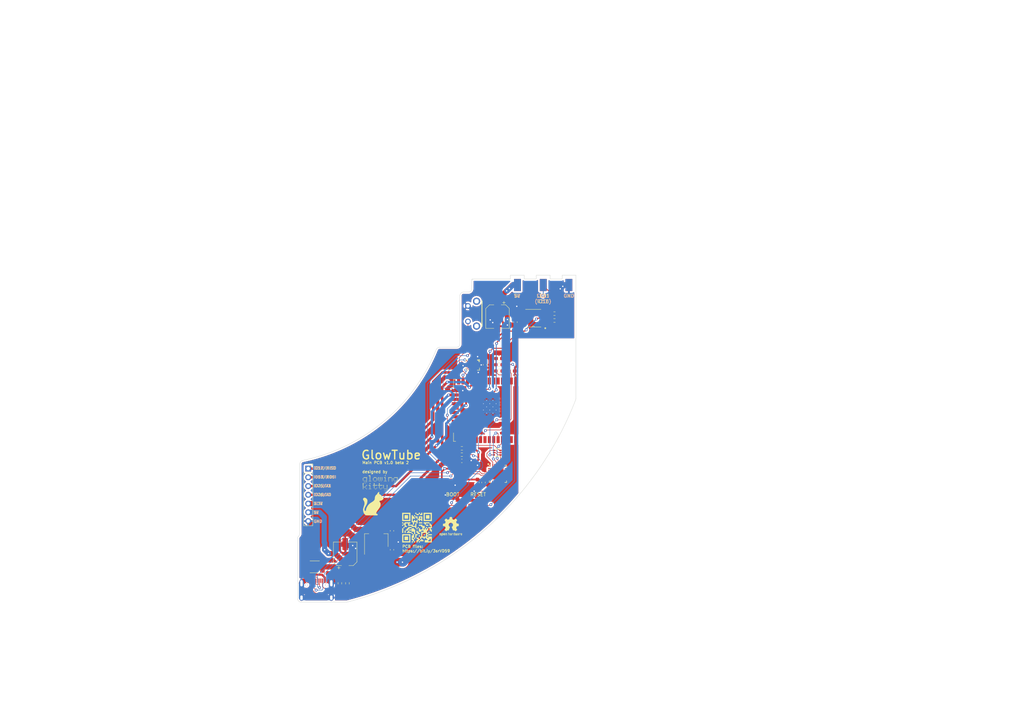
<source format=kicad_pcb>
(kicad_pcb (version 20211014) (generator pcbnew)
  (layers (0 "F.Cu" signal) (31 "B.Cu" signal) (34 "B.Paste" user) (35 "F.Paste" user) (36 "B.SilkS" user "B.Silkscreen") (37 "F.SilkS" user "F.Silkscreen") (38 "B.Mask" user) (39 "F.Mask" user) (44 "Edge.Cuts" user))
  (net 0 "")
  (net 1 "+5V")
  (net 2 "GND")
  (net 3 "+3V3")
  (net 4 "RESET")
  (net 5 "IO36{slash}A4{slash}SENSOR_VP")
  (net 6 "I39{slash}A3{slash}SENSOR_VN")
  (net 7 "I34{slash}A2")
  (net 8 "IO35")
  (net 9 "IO32{slash}SD")
  (net 10 "IO25{slash}A1{slash}DAC1")
  (net 11 "IO26{slash}A0{slash}DAC2")
  (net 12 "IO27")
  (net 13 "IO14{slash}SCK")
  (net 14 "IO15{slash}WS")
  (net 15 "IO2")
  (net 16 "IO0")
  (net 17 "IO4{slash}A5")
  (net 18 "IO16{slash}LED1")
  (net 19 "LED2 DATA OUT")
  (net 20 "IO5")
  (net 21 "IO21")
  (net 22 "RXD0")
  (net 23 "TXD0")
  (net 24 "IO22")
  (net 25 "IO23")
  (net 26 "USB-C CC1")
  (net 27 "USB-C DATA+")
  (net 28 "USB-C DATA-")
  (net 30 "USB-C CC2")
  (net 32 "IO33{slash}MAINBUTTON")
  (net 33 "LED1 DATA OUT")
  (net 35 "DTR")
  (net 37 "RTS")
  (net 38 "Net-(R1-Pad1)")
  (net 39 "VBUS")
  (net 40 "IO12{slash}MISO")
  (net 41 "IO13{slash}MOSI")
  (net 42 "Net-(R4-Pad1)")
  (net 43 "Net-(R5-Pad1)")
  (net 50 "IO18")
  (net 51 "IO19")
  (net 71 "Net-(U1-Pad6)")
  (net 72 "IO17{slash}LED2")
  (footprint "Symbol:OSHW-Logo2_7.3x6mm_SilkScreen" (layer "F.Cu") (at 130.89 152.78)
    (fp_text reference "OSHW logo" hide)
    (fp_text value "OSHW-Logo2_7.3x6mm_SilkScreen" hide)
  )
  (footprint "Resistor_SMD:R_0603_1608Metric_Pad0.98x0.95mm_HandSolder" (layer "F.Cu") (at 100.89 169.25 -90)
    (fp_text reference "R2" hide)
    (fp_text value "5.1K 1%")
  )
  (footprint "LOGO" (layer "F.Cu") (at 110.31 142.74)
    (fp_text reference "G***" hide)
    (fp_text value "LOGO" hide)
  )
  (footprint "CP2102-GMR:CP2102-GMR" (layer "F.Cu") (at 144.534345 137.489244)
    (fp_text reference "U3" hide)
    (fp_text value "CP2102-GMR" hide)
  )
  (footprint "footprint:Solder pad" (layer "F.Cu") (at 157.7562 82.6592)
    (fp_text reference "P2" hide)
    (fp_text value "Solder_Pad")
  )
  (footprint "Capacitor_SMD:C_0603_1608Metric_Pad1.08x0.95mm_HandSolder" (layer "F.Cu") (at 134.07485 133.7421)
    (fp_text reference "C11" hide)
    (fp_text value "1nF")
  )
  (footprint "SN74AHCT32QPWRQ1:SN74AHCT32QPWRQ1" (layer "F.Cu") (at 154.77 92.33 180)
    (fp_text reference "U1" hide)
    (fp_text value "SN74AHCT32QPWRQ1" hide)
  )
  (footprint "LOGO" (layer "F.Cu") (at 121.077793 153.095218)
    (fp_text reference "G***" hide)
    (fp_text value "LOGO" hide)
  )
  (footprint "Capacitor_SMD:C_0603_1608Metric_Pad1.08x0.95mm_HandSolder" (layer "F.Cu") (at 138.570858 140.01 -90)
    (fp_text reference "C6" hide)
    (fp_text value "0.1uF")
  )
  (footprint "Resistor_SMD:R_0603_1608Metric_Pad0.98x0.95mm_HandSolder" (layer "F.Cu") (at 144.84485 105.8421 180)
    (fp_text reference "R4" hide)
    (fp_text value "220")
  )
  (footprint "Capacitor_SMD:C_0603_1608Metric_Pad1.08x0.95mm_HandSolder" (layer "F.Cu") (at 144.84485 104.0321)
    (fp_text reference "C10" hide)
    (fp_text value "1nF")
  )
  (footprint "footprint:SC-70-6_L2.2-W1.3-P0.65-LS2.1-BR" (layer "F.Cu") (at 144.34 131.34)
    (fp_text reference "U5" hide)
    (fp_text value "UMH3N")
  )
  (footprint "Resistor_SMD:R_0603_1608Metric_Pad0.98x0.95mm_HandSolder" (layer "F.Cu") (at 134.07485 130.1021)
    (fp_text reference "R7" hide)
    (fp_text value "10K")
  )
  (footprint "Capacitor_SMD:CP_Elec_6.3x5.4" (layer "F.Cu") (at 144.43 91.87 -90)
    (fp_text reference "C4" hide)
    (fp_text value "220uF 10V")
  )
  (footprint "Capacitor_SMD:C_0603_1608Metric_Pad1.08x0.95mm_HandSolder" (layer "F.Cu") (at 140.340858 140.01 90)
    (fp_text reference "C5" hide)
    (fp_text value "4.7uF 6.3V 10%")
  )
  (footprint "footprint:Solder pad" (layer "F.Cu") (at 165.1724 82.6592)
    (fp_text reference "P3" hide)
    (fp_text value "Solder_Pad")
  )
  (footprint "ESP32-WROOM-32E__16MB_:MODULE_ESP32-WROOM-32E_(16MB)" (layer "F.Cu") (at 144.41 119.06 -90)
    (fp_text reference "U2" hide)
    (fp_text value "ESP32-WROOM-32E (4MB)")
  )
  (footprint "Capacitor_SMD:C_0603_1608Metric_Pad1.08x0.95mm_HandSolder" (layer "F.Cu") (at 140.79 105.8525 90)
    (fp_text reference "C9" hide)
    (fp_text value "0.1uF")
  )
  (footprint "Connector_PinSocket_2.54mm:PinSocket_1x07_P2.54mm_Vertical" (layer "F.Cu") (at 89.54 135.96)
    (fp_text reference "J1" hide)
    (fp_text value "Conn_01x07")
  )
  (footprint "footprint:SW-TH_KAN0637-0701B" (layer "F.Cu") (at 134.87 91.02 -90)
    (fp_text reference "C12" hide)
    (fp_text value "KAN0637-0701B")
  )
  (footprint "Resistor_SMD:R_0603_1608Metric_Pad0.98x0.95mm_HandSolder" (layer "F.Cu") (at 98.71 169.25 -90)
    (fp_text reference "R3" hide)
    (fp_text value "5.1K 1%")
  )
  (footprint "Fuse:Fuse_1812_4532Metric_Pad1.30x3.40mm_HandSolder" (layer "F.Cu") (at 91.43 164.48)
    (fp_text reference "F1" hide)
    (fp_text value "BSMD1812-300-16V")
  )
  (footprint "Resistor_SMD:R_0603_1608Metric_Pad0.98x0.95mm_HandSolder" (layer "F.Cu") (at 144.84485 107.6621)
    (fp_text reference "R6" hide)
    (fp_text value "10K")
  )
  (footprint "GMA4030H11-F26:GMA4030H11-F26" (layer "F.Cu") (at 137.2 105.91)
    (fp_text reference "U6" hide)
    (fp_text value "GMA4030H11-F26")
  )
  (footprint "U262-161N-4BVC11:USB-3.1-SMD_U262-161N-4BVC11" (layer "F.Cu") (at 91.91 170.96)
    (fp_text reference "USB1" hide)
    (fp_text value "U262-16XN-4BVC11")
  )
  (footprint "Package_TO_SOT_SMD:SOT-223" (layer "F.Cu") (at 109.27 156.77 90)
    (fp_text reference "U4" hide)
    (fp_text value "BL1117-33CX")
  )
  (footprint "Capacitor_SMD:C_0603_1608Metric_Pad1.08x0.95mm_HandSolder" (layer "F.Cu") (at 113.83 159.52 -90)
    (fp_text reference "C7" hide)
    (fp_text value "10uF")
  )
  (footprint "Resistor_SMD:R_0603_1608Metric_Pad0.98x0.95mm_HandSolder" (layer "F.Cu") (at 134.07485 131.9221 180)
    (fp_text reference "R5" hide)
    (fp_text value "220")
  )
  (footprint "Capacitor_SMD:C_0603_1608Metric_Pad1.08x0.95mm_HandSolder" (layer "F.Cu") (at 148.55485 107.6621 180)
    (fp_text reference "C1" hide)
    (fp_text value "10uF")
  )
  (footprint "TS-1185EC-C-D-B:TS-1185EC-C-D-B" (layer "F.Cu") (at 138.63 145.9)
    (fp_text reference "SW1" hide)
    (fp_text value "TS-1185EC-C-D-B")
  )
  (footprint "TS-1185EC-C-D-B:TS-1185EC-C-D-B" (layer "F.Cu") (at 131.15 145.9)
    (fp_text reference "SW2" hide)
    (fp_text value "TS-1185EC-C-D-B")
  )
  (footprint "Resistor_SMD:R_0603_1608Metric_Pad0.98x0.95mm_HandSolder" (layer "F.Cu") (at 160.93 93.01)
    (fp_text reference "R1" hide)
    (fp_text value "62")
  )
  (footprint "footprint:Solder pad" (layer "F.Cu") (at 150.28 82.6592)
    (fp_text reference "P1" hide)
    (fp_text value "Solder_Pad")
  )
  (footprint "Capacitor_SMD:C_0603_1608Metric_Pad1.08x0.95mm_HandSolder" (layer "F.Cu") (at 113.83 154.02 90)
    (fp_text reference "C8" hide)
    (fp_text value "10uF")
  )
  (footprint "Capacitor_SMD:C_0603_1608Metric_Pad1.08x0.95mm_HandSolder" (layer "F.Cu") (at 149.6 93.4867 90)
    (fp_text reference "C2" hide)
    (fp_text value "0.1uF")
  )
  (footprint "Resistor_SMD:R_0603_1608Metric_Pad0.98x0.95mm_HandSolder" (layer "F.Cu") (at 160.93 91.01)
    (fp_text reference "R8" hide)
    (fp_text value "62")
  )
  (footprint "Capacitor_SMD:CP_Elec_6.3x5.4" (layer "F.Cu") (at 100.26 160.7 90)
    (fp_text reference "C3" hide)
    (fp_text value "220uF 10V")
  )
  (footprint "footprint:Solder pad" (layer "B.Cu") (at 157.6038 82.6592 180)
    (fp_text reference "P6" hide)
    (fp_text value "Solder_Pad")
  )
  (footprint "footprint:Solder pad" (layer "B.Cu") (at 165.02 82.6592 180)
    (fp_text reference "P5" hide)
    (fp_text value "Solder_Pad")
  )
  (footprint "footprint:Solder pad" (layer "B.Cu") (at 150.13 82.6592 180)
    (fp_text reference "P4" hide)
    (fp_text value "Solder_Pad")
  )
  (gr_curve locked (pts (xy 135.950725 84.781656) (xy 136.08094 84.781656) (xy 136.209909 84.756222) (xy 136.330375 84.706786)) (layer "Edge.Cuts") (width 0.1))
  (gr_curve locked (pts (xy 137.007377 81.077099) (xy 137.014792 81.05903) (xy 137.025666 81.042581) (xy 137.039387 81.028679)) (layer "Edge.Cuts") (width 0.1))
  (gr_arc locked (start 155.653112 80.834047) (mid 155.609176 80.940103) (end 155.503112 80.984047) (layer "Edge.Cuts") (width 0.1))
  (gr_line locked (start 155.653112 79.884047) (end 155.653112 80.834047) (layer "Edge.Cuts") (width 0.1))
  (gr_curve locked (pts (xy 136.996146 81.134047) (xy 136.996146 81.150714) (xy 136.996146 81.16738) (xy 136.996146 81.184047)) (layer "Edge.Cuts") (width 0.1))
  (gr_curve locked (pts (xy 136.996146 81.134047) (xy 136.996146 81.114515) (xy 136.999961 81.095169) (xy 137.007377 81.077099)) (layer "Edge.Cuts") (width 0.1))
  (gr_line locked (start 152.153112 79.884047) (end 148.153112 79.884047) (layer "Edge.Cuts") (width 0.1))
  (gr_line locked (start 87.120358 134.596539) (end 87.120358 154.788353) (layer "Edge.Cuts") (width 0.1))
  (gr_curve locked (pts (xy 136.653177 84.493387) (xy 136.745855 84.401917) (xy 136.81978 84.29322) (xy 136.870793 84.173414)) (layer "Edge.Cuts") (width 0.1))
  (gr_arc locked (start 100.929493 174.66501) (mid 100.807038 174.688189) (end 100.682651 174.695954) (layer "Edge.Cuts") (width 0.1))
  (gr_curve locked (pts (xy 137.039387 81.028679) (xy 137.053107 81.014778) (xy 137.069412 81.003689) (xy 137.087383 80.996037)) (layer "Edge.Cuts") (width 0.1))
  (gr_arc locked (start 126.686194 101.403954) (mid 111.330814 122.358613) (end 87.918599 133.617103) (layer "Edge.Cuts") (width 0.1))
  (gr_curve locked (pts (xy 136.870793 84.173414) (xy 136.918928 84.060366) (xy 136.945818 83.93941) (xy 136.950113 83.816617)) (layer "Edge.Cuts") (width 0.1))
  (gr_line locked (start 135.950725 84.781656) (end 134.530704 84.781656) (layer "Edge.Cuts") (width 0.1))
  (gr_curve locked (pts (xy 136.330375 84.706786) (xy 136.450841 84.65735) (xy 136.560499 84.584857) (xy 136.653177 84.493387)) (layer "Edge.Cuts") (width 0.1))
  (gr_arc locked (start 163.153112 80.834047) (mid 163.109176 80.940103) (end 163.003112 80.984047) (layer "Edge.Cuts") (width 0.1))
  (gr_line locked (start 155.503112 80.984047) (end 152.303112 80.984047) (layer "Edge.Cuts") (width 0.1))
  (gr_arc locked (start 148.153112 80.834047) (mid 148.109176 80.940103) (end 148.003112 80.984047) (layer "Edge.Cuts") (width 0.1))
  (gr_arc locked (start 159.803112 80.984047) (mid 159.697065 80.940103) (end 159.653112 80.834047) (layer "Edge.Cuts") (width 0.1))
  (gr_line locked (start 163.153112 79.884047) (end 163.153112 80.834047) (layer "Edge.Cuts") (width 0.1))
  (gr_line locked (start 163.003112 80.984047) (end 159.803112 80.984047) (layer "Edge.Cuts") (width 0.1))
  (gr_curve locked (pts (xy 137.116159 80.987075) (xy 137.126028 80.985061) (xy 137.136074 80.984047) (xy 137.146146 80.984047)) (layer "Edge.Cuts") (width 0.1))
  (gr_arc locked (start 87.120358 154.788353) (mid 87.035033 155.19254) (end 86.793623 155.527754) (layer "Edge.Cuts") (width 0.1))
  (gr_line locked (start 148.153112 79.884047) (end 148.153112 80.834047) (layer "Edge.Cuts") (width 0.1))
  (gr_line locked (start 86.466888 156.267155) (end 86.466888 173.695954) (layer "Edge.Cuts") (width 0.1))
  (gr_arc locked (start 87.466888 174.695954) (mid 86.759784 174.40306) (end 86.466888 173.695954) (layer "Edge.Cuts") (width 0.1))
  (gr_arc locked (start 133.530704 85.781656) (mid 133.823592 85.07453) (end 134.530704 84.781656) (layer "Edge.Cuts") (width 0.1))
  (gr_curve locked (pts (xy 136.977939 82.839847) (xy 136.970777 83.165496) (xy 136.961501 83.491093) (xy 136.950113 83.816617)) (layer "Edge.Cuts") (width 0.1))
  (gr_line locked (start 133.530704 85.781656) (end 133.530704 99.781656) (layer "Edge.Cuts") (width 0.1))
  (gr_line locked (start 159.653112 79.884047) (end 155.653112 79.884047) (layer "Edge.Cuts") (width 0.1))
  (gr_arc locked (start 167.153112 115.628894) (mid 167.136119 115.812412) (end 167.085753 115.989701) (layer "Edge.Cuts") (width 0.1))
  (gr_arc locked (start 152.303112 80.984047) (mid 152.197065 80.940103) (end 152.153112 80.834047) (layer "Edge.Cuts") (width 0.1))
  (gr_curve locked (pts (xy 137.087383 80.996037) (xy 137.09665 80.992091) (xy 137.10629 80.989089) (xy 137.116159 80.987075)) (layer "Edge.Cuts") (width 0.1))
  (gr_arc locked (start 86.466888 156.267155) (mid 86.552212 155.862969) (end 86.793623 155.527754) (layer "Edge.Cuts") (width 0.1))
  (gr_arc locked (start 126.686194 101.403954) (mid 127.054311 100.951674) (end 127.612121 100.781656) (layer "Edge.Cuts") (width 0.1))
  (gr_line locked (start 167.153112 79.884047) (end 163.153112 79.884047) (layer "Edge.Cuts") (width 0.1))
  (gr_line locked (start 132.530704 100.781656) (end 127.612121 100.781656) (layer "Edge.Cuts") (width 0.1))
  (gr_arc locked (start 133.530704 99.781656) (mid 133.237805 100.488744) (end 132.530704 100.781656) (layer "Edge.Cuts") (width 0.1))
  (gr_arc locked (start 167.085753 115.989701) (mid 141.126765 153.35417) (end 100.929493 174.66501) (layer "Edge.Cuts") (width 0.1))
  (gr_line locked (start 148.003112 80.984047) (end 137.146146 80.984047) (layer "Edge.Cuts") (width 0.1))
  (gr_line locked (start 159.653112 80.834047) (end 159.653112 79.884047) (layer "Edge.Cuts") (width 0.1))
  (gr_curve locked (pts (xy 136.996146 81.184047) (xy 136.996146 81.73603) (xy 136.990077 82.287997) (xy 136.977939 82.839847)) (layer "Edge.Cuts") (width 0.1))
  (gr_line locked (start 167.153112 115.628894) (end 167.153112 79.884047) (layer "Edge.Cuts") (width 0.1))
  (gr_arc locked (start 87.120358 134.596539) (mid 87.345198 133.964788) (end 87.918599 133.617103) (layer "Edge.Cuts") (width 0.1))
  (gr_line locked (start 152.153112 80.834047) (end 152.153112 79.884047) (layer "Edge.Cuts") (width 0.1))
  (gr_line locked (start 87.466888 174.695954) (end 100.682651 174.695954) (layer "Edge.Cuts") (width 0.1))
  (gr_text "IO12/MISO\n\nIO13/MOSI\n\nIO25/A1\n\nIO26/A0\n\n3.3V\n\n5V\n\nGND" (at 91.04 143.55) (layer "B.SilkS") (effects (font (size 0.8 0.8)) (justify right mirror)))
  (gr_text "LED2\n(IO17)" (at 157.62 86.67) (layer "B.SilkS") (effects (font (size 1 1)) (justify mirror)))
  (gr_text "GND" (at 165.12 85.865) (layer "B.SilkS") (effects (font (size 1 1)) (justify mirror)))
  (gr_text "5V" (at 150.1 85.865) (layer "B.SilkS") (effects (font (size 1 1)) (justify mirror)))
  (gr_text "Main PCB v1.0 beta 2" (at 105.1284 134.2564) (layer "F.SilkS") (effects (font (size 0.8 0.8)) (justify left)))
  (gr_text "IO12/MISO\n\nIO13/MOSI\n\nIO25/A1\n\nIO26/A0\n\n3.3V\n\n5V\n\nGND" (at 91.04 143.55) (layer "F.SilkS") (effects (font (size 0.8 0.8)) (justify left)))
  (gr_text "GND" (at 165.11 85.865) (layer "F.SilkS") (effects (font (size 1 1))))
  (gr_text "LED1\n(IO16)" (at 157.62 86.67) (layer "F.SilkS") (effects (font (size 1 1))))
  (gr_text "RESET" (at 138.8 143.48) (layer "F.SilkS") (effects (font (size 1 1))))
  (gr_text "5V" (at 150.1 85.865) (layer "F.SilkS") (effects (font (size 1 1))))
  (gr_text "GlowTube" (at 104.6966 132.0212) (layer "F.SilkS") (effects (font (size 2.5 2.5) (thickness 0.4)) (justify left)))
  (gr_text "BOOT" (at 131.44 143.48) (layer "F.SilkS") (effects (font (size 1 1))))
  (gr_text "designed by" (at 105.1538 136.898) (layer "F.SilkS") (effects (font (size 0.8 0.8)) (justify left)))
  (gr_text "PCB files:\nhttps://bit.ly/3srVD59" (at 116.723073 159.210592) (layer "F.SilkS") (effects (font (size 0.8 0.8)) (justify left)))
  (segment (start 95.41 160.62) (end 94.3 159.51) (width 1.5) (layer "F.Cu") (net 1))
  (segment (start 95.41 160.63) (end 95.41 160.62) (width 1.5) (layer "F.Cu") (net 1))
  (segment (start 111.92 160.27) (end 111.57 159.92) (width 1.5) (layer "F.Cu") (net 1))
  (segment (start 149.5808 94.33) (end 149.6 94.3492) (width 1.5) (layer "F.Cu") (net 1))
  (segment (start 111.92 162.65) (end 111.92 160.27) (width 1.5) (layer "F.Cu") (net 1))
  (segment (start 148.76 82.71) (end 150.2038 82.71) (width 1.5) (layer "F.Cu") (net 1))
  (segment (start 151.9506 94.279999) (end 149.669201 94.279999) (width 0.16) (layer "F.Cu") (net 1))
  (segment (start 115.33 163.12) (end 116.86 163.12) (width 2.5) (layer "F.Cu") (net 1))
  (segment (start 143.034346 139.889258) (end 143.034346 141.035654) (width 0.16) (layer "F.Cu") (net 1))
  (segment (start 147.28 92.72) (end 147.28 91.38) (width 1.5) (layer "F.Cu") (net 1))
  (segment (start 144.97 89.07) (end 144.43 89.07) (width 1.5) (layer "F.Cu") (net 1))
  (segment (start 147.07 84.4) (end 148.76 82.71) (width 1.5) (layer "F.Cu") (net 1))
  (segment (start 144.43 87.04) (end 147.07 84.4) (width 1.5) (layer "F.Cu") (net 1))
  (segment (start 112.0325 160.3825) (end 111.57 159.92) (width 1.5) (layer "F.Cu") (net 1))
  (segment (start 147.28 94.33) (end 149.5808 94.33) (width 1.5) (layer "F.Cu") (net 1))
  (segment (start 100.26 163.5) (end 111.07 163.5) (width 2.5) (layer "F.Cu") (net 1))
  (segment (start 95.41 160.63) (end 97.38 160.63) (width 1.5) (layer "F.Cu") (net 1))
  (segment (start 141.555 142.515) (end 137.665 142.515) (width 0.16) (layer "F.Cu") (net 1))
  (segment (start 97.38 160.63) (end 100.25 163.5) (width 1.5) (layer "F.Cu") (net 1))
  (segment (start 99.28 164.48) (end 100.26 163.5) (width 1.5) (layer "F.Cu") (net 1))
  (segment (start 100.25 163.5) (end 100.26 163.5) (width 1.5) (layer "F.Cu") (net 1))
  (segment (start 113.83 160.3825) (end 112.0325 160.3825) (width 1.5) (layer "F.Cu") (net 1))
  (segment (start 114.95 163.5) (end 115.33 163.12) (width 1.5) (layer "F.Cu") (net 1))
  (segment (start 147.28 91.38) (end 144.97 89.07) (width 1.5) (layer "F.Cu") (net 1))
  (segment (start 111.07 163.5) (end 111.92 162.65) (width 1.5) (layer "F.Cu") (net 1))
  (segment (start 111.07 163.5) (end 114.95 163.5) (width 2.5) (layer "F.Cu") (net 1))
  (segment (start 144.43 89.07) (end 144.43 87.04) (width 1.5) (layer "F.Cu") (net 1))
  (segment (start 143.034346 141.035654) (end 141.555 142.515) (width 0.16) (layer "F.Cu") (net 1))
  (segment (start 149.669201 94.279999) (end 149.6 94.3492) (width 0.16) (layer "F.Cu") (net 1))
  (segment (start 93.655 164.48) (end 99.28 164.48) (width 1.5) (layer "F.Cu") (net 1))
  (via (at 137.665 142.515) (size 0.8) (drill 0.4) (layers "F.Cu" "B.Cu") (net 1))
  (via (at 94.3 159.51) (size 0.8) (drill 0.4) (layers "F.Cu" "B.Cu") (net 1))
  (via (at 147.07 84.4) (size 0.8) (drill 0.4) (layers "F.Cu" "B.Cu") (net 1))
  (via (at 147.28 94.33) (size 0.8) (drill 0.4) (layers "F.Cu" "B.Cu") (net 1))
  (via (at 116.86 163.12) (size 0.8) (drill 0.4) (layers "F.Cu" "B.Cu") (net 1))
  (via (at 147.865 83.725) (size 0.8) (drill 0.4) (layers "F.Cu" "B.Cu") (net 1))
  (via (at 115.33 163.12) (size 0.8) (drill 0.4) (layers "F.Cu" "B.Cu") (net 1))
  (via (at 147.28 92.72) (size 0.8) (drill 0.4) (layers "F.Cu" "B.Cu") (net 1))
  (via (at 95.41 160.63) (size 0.8) (drill 0.4) (layers "F.Cu" "B.Cu") (net 1))
  (segment (start 149.04 82.55) (end 150.0462 82.55) (width 1.5) (layer "B.Cu") (net 1))
  (segment (start 150.0462 82.55) (end 150.2062 82.71) (width 1.5) (layer "B.Cu") (net 1))
  (segment (start 146.86 128.694395) (end 146.86 94.75) (width 2.5) (layer "B.Cu") (net 1))
  (segment (start 94.3 159.51) (end 94.3 157.55) (width 1.5) (layer "B.Cu") (net 1))
  (segment (start 117.06 163.12) (end 137.665 142.515) (width 2.5) (layer "B.Cu") (net 1))
  (segment (start 146.909511 133.270489) (end 146.909511 128.743906) (width 2.5) (layer "B.Cu") (net 1))
  (segment (start 147.19 84.4) (end 147.865 83.725) (width 1.5) (layer "B.Cu") (net 1))
  (segment (start 146.909511 128.743906) (end 146.86 128.694395) (width 2.5) (layer "B.Cu") (net 1))
  (segment (start 116.86 163.12) (end 117.06 163.12) (width 2.5) (layer "B.Cu") (net 1))
  (segment (start 137.665 142.515) (end 146.909511 133.270489) (width 2.5) (layer "B.Cu") (net 1))
  (segment (start 94.3 157.55) (end 94.17 157.42) (width 1.5) (layer "B.Cu") (net 1))
  (segment (start 95.41 160.63) (end 95.41 160.62) (width 1.5) (layer "B.Cu") (net 1))
  (segment (start 94.17 157.42) (end 94.17 150.01) (width 1.5) (layer "B.Cu") (net 1))
  (segment (start 92.82 148.66) (end 89.54 148.66) (width 1.5) (layer "B.Cu") (net 1))
  (segment (start 147.28 94.33) (end 147.28 92.72) (width 1.5) (layer "B.Cu") (net 1))
  (segment (start 94.17 150.01) (end 92.82 148.66) (width 1.5) (layer "B.Cu") (net 1))
  (segment (start 147.07 84.4) (end 147.19 84.4) (width 1.5) (layer "B.Cu") (net 1))
  (segment (start 147.865 83.725) (end 149.04 82.55) (width 1.5) (layer "B.Cu") (net 1))
  (segment (start 146.86 94.75) (end 147.28 94.33) (width 2.5) (layer "B.Cu") (net 1))
  (segment (start 95.41 160.62) (end 94.3 159.51) (width 1.5) (layer "B.Cu") (net 1))
  (segment (start 132.2225 140.8725) (end 132.135 140.785) (width 0.16) (layer "F.Cu") (net 2))
  (segment (start 145.70735 104.0321) (end 148.7921 104.0321) (width 0.16) (layer "F.Cu") (net 2))
  (segment (start 151.7258 92.6242) (end 151.9506 92.3994) (width 0.7) (layer "F.Cu") (net 2))
  (segment (start 151.9506 93.63) (end 151.9506 92.979999) (width 0.16) (layer "F.Cu") (net 2))
  (segment (start 129.25 145.15) (end 129.25 143.67) (width 0.8) (layer "F.Cu") (net 2))
  (segment (start 129.25 143.67) (end 129.295 143.625) (width 0.16) (layer "F.Cu") (net 2))
  (segment (start 149.73 107.34945) (end 149.41735 107.6621) (width 0.16) (layer "F.Cu") (net 2))
  (segment (start 103.27 159.13) (end 104.16 160.02) (width 1.5) (layer "F.Cu") (net 2))
  (segment (start 134.619512 105.900488) (end 134.42 106.1) (width 0.16) (layer "F.Cu") (net 2))
  (segment (start 151.950602 90.380001) (end 151.9506 90.379999) (width 0.16) (layer "F.Cu") (net 2))
  (segment (start 138.83 108.09) (end 138.164417 108.09) (width 0.16) (layer "F.Cu") (net 2))
  (segment (start 163.72 82.71) (end 162.61 83.82) (width 1.5) (layer "F.Cu") (net 2))
  (segment (start 138.64 103.49) (end 138.385392 103.49) (width 0.16) (layer "F.Cu") (net 2))
  (segment (start 149.6 89.29) (end 150 88.89) (width 0.7) (layer "F.Cu") (net 2))
  (segment (start 113.83 154.8825) (end 113.83 157.15) (width 1) (layer "F.Cu") (net 2))
  (segment (start 97.11 168.33) (end 98.7025 168.33) (width 1.5) (layer "F.Cu") (net 2))
  (segment (start 113.83 157.15) (end 115.53 157.15) (width 1) (layer "F.Cu") (net 2))
  (segment (start 138.164417 108.09) (end 137.199949 107.125532) (width 0.16) (layer "F.Cu") (net 2))
  (segment (start 143.03 93.61) (end 143.37 93.61) (width 1.5) (layer "F.Cu") (net 2))
  (segment (start 104.16 160.02) (end 106.87 160.02) (width 1.5) (layer "F.Cu") (net 2))
  (segment (start 140.589245 136.989245) (end 142.134332 136.989245) (width 0.16) (layer "F.Cu") (net 2))
  (segment (start 136.79 133.64) (end 135.03945 133.64) (width 0.16) (layer "F.Cu") (net 2))
  (segment (start 96.23 169.21) (end 97.11 168.33) (width 1.5) (layer "F.Cu") (net 2))
  (segment (start 102.43 158.29) (end 103.27 159.13) (width 1.5) (layer "F.Cu") (net 2))
  (segment (start 135.475032 105.900488) (end 134.619512 105.900488) (width 0.16) (layer "F.Cu") (net 2))
  (segment (start 143.03 93.57) (end 142.3 92.84) (width 1.5) (layer "F.Cu") (net 2))
  (segment (start 98.71 168.3375) (end 100.89 168.3375) (width 1.5) (layer "F.Cu") (net 2))
  (segment (start 113.83 157.15) (end 113.83 158.6575) (width 1) (layer "F.Cu") (net 2))
  (segment (start 143.37 93.61) (end 144.43 94.67) (width 1.5) (layer "F.Cu") (net 2))
  (segment (start 138.385392 103.49) (end 137.199949 104.675443) (width 0.16) (layer "F.Cu") (net 2))
  (segment (start 133.05 145.15) (end 132.48 144.58) (width 0.8) (layer "F.Cu") (net 2))
  (segment (start 129.82 144.58) (end 129.25 145.15) (width 0.8) (layer "F.Cu") (net 2))
  (segment (start 144.534345 137.489244) (end 143.529244 137.489244) (width 0.16) (layer "F.Cu") (net 2))
  (segment (start 138.570858 140.8725) (end 132.2225 140.8725) (width 0.16) (layer "F.Cu") (net 2))
  (segment (start 139.699512 105.900488) (end 139.975488 105.900488) (width 0.16) (layer "F.Cu") (net 2))
  (segment (start 132.48 144.58) (end 129.82 144.58) (width 0.8) (layer "F.Cu") (net 2))
  (segment (start 140.335 118.9775) (end 144.005 118.9775) (width 2) (layer "F.Cu") (net 2))
  (segment (start 148.7921 104.0321) (end 149.73 104.97) (width 0.16) (layer "F.Cu") (net 2))
  (segment (start 138.61 135.01) (end 140.589245 136.989245) (width 0.16) (layer "F.Cu") (net 2))
  (segment (start 151.950602 91.680001) (end 151.9506 91.679999) (width 0.16) (layer "F.Cu") (net 2))
  (segment (start 100.65 158.29) (end 100.26 157.9) (width 1.5) (layer "F.Cu") (net 2))
  (segment (start 157.5894 90.380001) (end 151.950602 90.380001) (width 0.16) (layer "F.Cu") (net 2))
  (segment (start 134.335 113.345) (end 132.16 113.345) (width 0.16) (layer "F.Cu") (net 2))
  (segment (start 96.23 169.18) (end 95.74 168.69) (width 1.5) (layer "F.Cu") (net 2))
  (segment (start 87.59 169.233204) (end 88.226602 168.596602) (width 1.5) (layer "F.Cu") (net 2))
  (segment (start 96.23 169.24) (end 96.23 169.18) (width 1.5) (layer "F.Cu") (net 2))
  (segment (start 140.53 145.15) (end 136.73 145.15) (width 0.8) (layer "F.Cu") (net 2))
  (segment (start 143.029245 136.989245) (end 142.134332 136.989245) (width 0.16) (layer "F.Cu") (net 2))
  (segment (start 149.6 92.6242) (end 149.6 89.29) (width 0.7) (layer "F.Cu") (net 2))
  (segment (start 96.23 169.24) (end 96.23 169.21) (width 1.5) (layer "F.Cu") (net 2))
  (segment (start 102.43 158.29) (end 100.65 158.29) (width 1.5) (layer "F.Cu") (net 2))
  (segment (start 157.5894 91.680001) (end 151.950602 91.680001) (width 0.16) (layer "F.Cu") (net 2))
  (segment (start 98.7025 168.33) (end 98.71 168.3375) (width 1.5) (layer "F.Cu") (net 2))
  (segment (start 157.5894 93.63) (end 151.9506 93.63) (width 0.16) (layer "F.Cu") (net 2))
  (segment (start 135.03945 133.64) (end 134.93735 133.7421) (width 0.16) (layer "F.Cu") (net 2))
  (segment (start 96.24 157.9) (end 89.54 151.2) (width 1.5) (layer "F.Cu") (net 2))
  (segment (start 115.53 157.15) (end 115.65 157.27) (width 1) (layer "F.Cu") (net 2))
  (segment (start 143.03 93.61) (end 143.03 93.57) (width 1.5) (layer "F.Cu") (net 2))
  (segment (start 87.59 169.24) (end 87.59 169.233204) (width 1.5) (layer "F.Cu") (net 2))
  (segment (start 143.0875 119.895) (end 143.0875 116.225) (width 2) (layer "F.Cu") (net 2))
  (segment (start 149.67 127.56) (end 149.67 139.09) (width 0.8) (layer "F.Cu") (net 2))
  (segment (start 151.9506 90.379999) (end 151.9506 92.3994) (width 0.7) (layer "F.Cu") (net 2))
  (segment (start 149.41735 107.6621) (end 149.67 107.91475) (width 0.16) (layer "F.Cu") (net 2))
  (segment (start 144.005 117.1425) (end 140.335 117.1425) (width 2) (layer "F.Cu") (net 2))
  (segment (start 100.26 157.9) (end 96.24 157.9) (width 1.5) (layer "F.Cu") (net 2))
  (segment (start 140.340858 140.8725) (end 138.570858 140.8725) (width 0.16) (layer "F.Cu") (net 2))
  (segment (start 151.9506 92.3994) (end 151.9506 93.552688) (width 0.7) (layer "F.Cu") (net 2))
  (segment (start 139.975488 105.900488) (end 140.79 106.715) (width 0.16) (layer "F.Cu") (net 2))
  (segment (start 141.2525 119.895) (end 141.2525 116.225) (width 2) (layer "F.Cu") (net 2))
  (segment (start 149.67 127.56) (end 149.67 110.56) (width 0.8) (layer "F.Cu") (net 2))
  (segment (start 143.61 145.15) (end 140.53 145.15) (width 0.8) (layer "F.Cu") (net 2))
  (segment (start 149.6 92.6242) (end 151.7258 92.6242) (width 0.7) (layer "F.Cu") (net 2))
  (segment (start 134.34 113.34) (end 134.335 113.345) (width 0.16) (layer "F.Cu") (net 2))
  (segment (start 149.67 139.09) (end 143.61 145.15) (width 0.8) (layer "F.Cu") (net 2))
  (segment (start 149.73 104.97) (end 149.73 107.34945) (width 0.16) (layer "F.Cu") (net 2))
  (segment (start 149.67 107.91475) (end 149.67 110.56) (width 0.16) (layer "F.Cu") (net 2))
  (segment (start 106.87 160.02) (end 106.97 159.92) (width 1.5) (layer "F.Cu") (net 2))
  (segment (start 143.529244 137.489244) (end 143.029245 136.989245) (width 0.16) (layer "F.Cu") (net 2))
  (segment (start 136.73 145.15) (end 133.05 145.15) (width 0.8) (layer "F.Cu") (net 2))
  (segment (start 165.0962 82.71) (end 163.72 82.71) (width 1.5) (layer "F.Cu") (net 2))
  (segment (start 138.924867 105.900488) (end 139.699512 105.900488) (width 0.16) (layer "F.Cu") (net 2))
  (via (at 138.83 108.09) (size 0.8) (drill 0.4) (layers "F.Cu" "B.Cu") (net 2))
  (via (at 102.43 158.29) (size 0.8) (drill 0.4) (layers "F.Cu" "B.Cu") (net 2))
  (via (at 136.79 133.64) (size 0.8) (drill 0.4) (layers "F.Cu" "B.Cu") (net 2))
  (via (at 115.65 157.27) (size 0.8) (drill 0.4) (layers "F.Cu" "B.Cu") (net 2))
  (via (at 142.3 92.84) (size 0.8) (drill 0.4) (layers "F.Cu" "B.Cu") (net 2))
  (via (at 138.61 135.01) (size 0.8) (drill 0.4) (layers "F.Cu" "B.Cu") (net 2))
  (via (at 132.135 140.785) (size 0.8) (drill 0.4) (layers "F.Cu" "B.Cu") (net 2))
  (via (at 134.42 106.1) (size 0.8) (drill 0.4) (layers "F.Cu" "B.Cu") (net 2))
  (via (at 150 88.89) (size 0.8) (drill 0.4) (layers "F.Cu" "B.Cu") (net 2))
  (via (at 162.61 83.82) (size 0.8) (drill 0.4) (layers "F.Cu" "B.Cu") (net 2))
  (via (at 134.34 113.34) (size 0.8) (drill 0.4) (layers "F.Cu" "B.Cu") (net 2))
  (via (at 129.295 143.625) (size 0.8) (drill 0.4) (layers "F.Cu" "B.Cu") (net 2))
  (via (at 163.335 83.095) (size 0.8) (drill 0.4) (layers "F.Cu" "B.Cu") (net 2))
  (via (at 138.64 103.49) (size 0.8) (drill 0.4) (layers "F.Cu" "B.Cu") (net 2))
  (via (at 143.03 93.61) (size 0.8) (drill 0.4) (layers "F.Cu" "B.Cu") (net 2))
  (via (at 103.27 159.13) (size 0.8) (drill 0.4) (layers "F.Cu" "B.Cu") (net 2))
  (via (at 139.699512 105.900488) (size 0.8) (drill 0.4) (layers "F.Cu" "B.Cu") (net 2))
  (segment (start 133.159511 124.870489) (end 133.159511 133.070489) (width 2.5) (layer "B.Cu") (net 2))
  (segment (start 134.34 113.34) (end 135.68 114.68) (width 0.16) (layer "B.Cu") (net 2))
  (segment (start 135.845044 88.770064) (end 139.91498 92.84) (width 1) (layer "B.Cu") (net 2))
  (segment (start 134.42 106.1) (end 138.61 106.1) (width 0.16) (layer "B.Cu") (net 2))
  (segment (start 163.335 83.095) (end 163.8 82.63) (width 1.5) (layer "B.Cu") (net 2))
  (segment (start 139.08 98.64) (end 139.08 106.57) (width 2.5) (layer "B.Cu") (net 2))
  (segment (start 162.61 83.82) (end 163.335 83.095) (width 1.5) (layer "B.Cu") (net 2))
  (segment (start 142.41 92.95) (end 142.3 92.84) (width 1.5) (layer "B.Cu") (net 2))
  (segment (start 138.61 135.01) (end 138.61 134.89) (width 0.16) (layer "B.Cu") (net 2))
  (segment (start 165.0162 82.63) (end 165.0962 82.71) (width 1.5) (layer "B.Cu") (net 2))
  (segment (start 142.3 91.62) (end 145.03 88.89) (width 1.5) (layer "B.Cu") (net 2))
  (segment (start 112.86 160.06) (end 104.2 160.06) (width 2.5) (layer "B.Cu") (net 2))
  (segment (start 136.79 133.64) (end 136.220489 133.070489) (width 0.16) (layer "B.Cu") (net 2))
  (segment (start 142.6 92.95) (end 142.6 95.12) (width 2.5) (layer "B.Cu") (net 2))
  (segment (start 162.61 84.68) (end 162.61 83.82) (width 1.5) (layer "B.Cu") (net 2))
  (segment (start 163.8 82.63) (end 165.0162 82.63) (width 1.5) (layer "B.Cu") (net 2))
  (segment (start 139.6975 118.9775) (end 139.08 118.36) (width 2) (layer "B.Cu") (net 2))
  (segment (start 133.159511 133.070489) (end 133.159511 139.760489) (width 2.5) (layer "B.Cu") (net 2))
  (segment (start 139.08 118.36) (end 139.08 118.95) (width 2.5) (layer "B.Cu") (net 2))
  (segment (start 138.61 106.1) (end 139.08 106.57) (width 0.16) (layer "B.Cu") (net 2))
  (segment (start 129.295 143.625) (end 115.65 157.27) (width 2.5) (layer "B.Cu") (net 2))
  (segment (start 139.08 118.95) (end 133.159511 124.870489) (width 2.5) (layer "B.Cu") (net 2))
  (segment (start 137.36 133.64) (end 136.79 133.64) (width 0.16) (layer "B.Cu") (net 2))
  (segment (start 115.65 157.27) (end 112.86 160.06) (width 2.5) (layer "B.Cu") (net 2))
  (segment (start 144.005 117.1425) (end 139.6575 117.1425) (width 2) (layer "B.Cu") (net 2))
  (segment (start 139.91498 92.84) (end 142.3 92.84) (width 1) (layer "B.Cu") (net 2))
  (segment (start 139.6575 117.1425) (end 139.08 117.72) (width 2) (layer "B.Cu") (net 2))
  (segment (start 102.43 158.29) (end 102.43 160.82) (width 1.5) (layer "B.Cu") (net 2))
  (segment (start 142.3 92.84) (end 142.3 91.62) (width 1.5) (layer "B.Cu") (net 2))
  (segment (start 139.08 117.72) (end 139.08 118.36) (width 2.5) (layer "B.Cu") (net 2))
  (segment (start 96.23 173.42) (end 87.59 173.42) (width 1.5) (layer "B.Cu") (net 2))
  (segment (start 96.23 169.24) (end 96.23 173.42) (width 1.5) (layer "B.Cu") (net 2))
  (segment (start 142.6 95.12) (end 139.08 98.64) (width 2.5) (layer "B.Cu") (net 2))
  (segment (start 142.6 92.95) (end 142.41 92.95) (width 1.5) (layer "B.Cu") (net 2))
  (segment (start 135.68 114.68) (end 139.08 114.68) (width 0.16) (layer "B.Cu") (net 2))
  (segment (start 136.220489 133.070489) (end 133.159511 133.070489) (width 0.16) (layer "B.Cu") (net 2))
  (segment (start 139.08 106.57) (end 139.08 114.68) (width 2.5) (layer "B.Cu") (net 2))
  (segment (start 145.03 88.89) (end 150 88.89) (width 1.5) (layer "B.Cu") (net 2))
  (segment (start 158.4 88.89) (end 162.61 84.68) (width 1.5) (layer "B.Cu") (net 2))
  (segment (start 144.005 118.9775) (end 139.6975 118.9775) (width 2) (layer "B.Cu") (net 2))
  (segment (start 96.23 167.02) (end 96.23 169.24) (width 1.5) (layer "B.Cu") (net 2))
  (segment (start 87.59 173.42) (end 87.59 169.24) (width 1.5) (layer "B.Cu") (net 2))
  (segment (start 138.61 134.89) (end 137.36 133.64) (width 0.16) (layer "B.Cu") (net 2))
  (segment (start 132.135 140.785) (end 129.295 143.625) (width 2.5) (layer "B.Cu") (net 2))
  (segment (start 139.08 114.68) (end 139.08 117.72) (width 2.5) (layer "B.Cu") (net 2))
  (segment (start 150 88.89) (end 158.4 88.89) (width 1.5) (layer "B.Cu") (net 2))
  (segment (start 104.2 160.06) (end 103.27 159.13) (width 1.5) (layer "B.Cu") (net 2))
  (segment (start 102.43 160.82) (end 96.23 167.02) (width 1.5) (layer "B.Cu") (net 2))
  (segment (start 133.159511 139.760489) (end 132.135 140.785) (width 2.5) (layer "B.Cu") (net 2))
  (segment (start 138.78 104.82) (end 138.8 104.82) (width 0.127) (layer "F.Cu") (net 3))
  (segment (start 142.134332 138.989244) (end 142.134332 138.563755) (width 0.5) (layer "F.Cu") (net 3))
  (segment (start 147.69235 107.6621) (end 148.4 108.36975) (width 0.16) (layer "F.Cu") (net 3))
  (segment (start 95.86 146.12) (end 89.54 146.12) (width 1.5) (layer "F.Cu") (net 3))
  (segment (start 137.7221 130.1021) (end 134.98735 130.1021) (width 0.5) (layer "F.Cu") (net 3))
  (segment (start 136.3 135.99) (end 138.87 133.42) (width 0.5) (layer "F.Cu") (net 3))
  (segment (start 145.75735 107.6621) (end 147.69235 107.6621) (width 0.16) (layer "F.Cu") (net 3))
  (segment (start 139.55 103.12) (end 139.04 102.61) (width 0.16) (layer "F.Cu") (net 3))
  (segment (start 138.87 133.42) (end 138.87 131.25) (width 0.5) (layer "F.Cu") (net 3))
  (segment (start 127.84 139.1475) (end 113.83 153.1575) (width 0.5) (layer "F.Cu") (net 3))
  (segment (start 141.34 138.89) (end 142.035088 138.89) (width 0.5) (layer "F.Cu") (net 3))
  (segment (start 103.36 153.62) (end 95.86 146.12) (width 1.5) (layer "F.Cu") (net 3))
  (segment (start 140.79 104.36) (end 139.55 103.12) (width 0.16) (layer "F.Cu") (net 3))
  (segment (start 141.1 124.76) (end 145.24 124.76) (width 0.16) (layer "F.Cu") (net 3))
  (segment (start 128.2625 139.1475) (end 127.84 139.1475) (width 0.5) (layer "F.Cu") (net 3))
  (segment (start 138.735 104.865) (end 138.78 104.82) (width 0.127) (layer "F.Cu") (net 3))
  (segment (start 109.27 153.62) (end 110.41 153.62) (width 1) (layer "F.Cu") (net 3))
  (segment (start 139.04 102.61) (end 136.29 102.61) (width 0.16) (layer "F.Cu") (net 3))
  (segment (start 138.87 131.25) (end 137.7221 130.1021) (width 0.5) (layer "F.Cu") (net 3))
  (segment (start 110.98 153.05) (end 113.7225 153.05) (width 1) (layer "F.Cu") (net 3))
  (segment (start 140.340858 139.1475) (end 141.0825 139.1475) (width 0.5) (layer "F.Cu") (net 3))
  (segment (start 129.15 135.99) (end 136.3 135.99) (width 0.5) (layer "F.Cu") (net 3))
  (segment (start 110.41 153.62) (end 110.98 153.05) (width 1) (layer "F.Cu") (net 3))
  (segment (start 138.570858 139.1475) (end 128.2625 139.1475) (width 0.5) (layer "F.Cu") (net 3))
  (segment (start 141.0825 139.1475) (end 141.34 138.89) (width 0.5) (layer "F.Cu") (net 3))
  (segment (start 113.7225 153.05) (end 113.83 153.1575) (width 1) (layer "F.Cu") (net 3))
  (segment (start 140.340858 139.1475) (end 138.570858 139.1475) (width 0.5) (layer "F.Cu") (net 3))
  (segment (start 139.55 104.09) (end 138.775 104.865) (width 0.16) (layer "F.Cu") (net 3))
  (segment (start 142.035088 138.89) (end 142.134332 138.989244) (width 0.5) (layer "F.Cu") (net 3))
  (segment (start 136.29 102.61) (end 135.71 103.19) (width 0.16) (layer "F.Cu") (net 3))
  (segment (start 128.2625 136.8775) (end 129.15 135.99) (width 0.5) (layer "F.Cu") (net 3))
  (segment (start 109.27 153.62) (end 109.27 159.92) (width 1) (layer "F.Cu") (net 3))
  (segment (start 128.2625 139.1475) (end 128.2625 136.8775) (width 0.5) (layer "F.Cu") (net 3))
  (segment (start 140.79 104.99) (end 140.79 104.36) (width 0.16) (layer "F.Cu") (net 3))
  (segment (start 138.775 104.865) (end 138.735 104.865) (width 0.16) (layer "F.Cu") (net 3))
  (segment (start 140.94 124.92) (end 141.1 124.76) (width 0.16) (layer "F.Cu") (net 3))
  (segment (start 138.124455 105.475545) (end 138.48 105.12) (width 0.127) (layer "F.Cu") (net 3))
  (segment (start 138.48 105.12) (end 138.735 104.865) (width 0.127) (layer "F.Cu") (net 3))
  (segment (start 145.24 124.76) (end 148.4 121.6) (width 0.16) (layer "F.Cu") (net 3))
  (segment (start 109.27 153.62) (end 103.36 153.62) (width 1.5) (layer "F.Cu") (net 3))
  (segment (start 148.4 108.36975) (end 148.4 110.56) (width 0.16) (layer "F.Cu") (net 3))
  (segment (start 148.4 121.6) (end 148.4 110.56) (width 0.16) (layer "F.Cu") (net 3))
  (segment (start 137.875083 105.475545) (end 138.124455 105.475545) (width 0.127) (layer "F.Cu") (net 3))
  (segment (start 139.55 103.12) (end 139.55 104.09) (width 0.16) (layer "F.Cu") (net 3))
  (via (at 135.71 103.19) (size 0.8) (drill 0.4) (layers "F.Cu" "B.Cu") (net 3))
  (via (at 129.15 135.99) (size 0.8) (drill 0.4) (layers "F.Cu" "B.Cu") (net 3))
  (via (at 140.94 124.92) (size 0.8) (drill 0.4) (layers "F.Cu" "B.Cu") (net 3))
  (via (at 138.87 131.25) (size 0.8) (drill 0.4) (layers "F.Cu" "B.Cu") (net 3))
  (segment (start 124.08 111.41) (end 124.08 130.92) (width 0.16) (layer "B.Cu") (net 3))
  (segment (start 124.08 130.92) (end 129.15 135.99) (width 0.16) (layer "B.Cu") (net 3))
  (segment (start 140.94 125.05) (end 138.87 127.12) (width 0.16) (layer "B.Cu") (net 3))
  (segment (start 132.3 103.19) (end 124.08 111.41) (width 0.16) (layer "B.Cu") (net 3))
  (segment (start 140.94 124.92) (end 140.94 125.05) (width 0.16) (layer "B.Cu") (net 3))
  (segment (start 135.71 103.19) (end 132.3 103.19) (width 0.16) (layer "B.Cu") (net 3))
  (segment (start 138.87 127.12) (end 138.87 131.25) (width 0.16) (layer "B.Cu") (net 3))
  (segment (start 146.93 120.49) (end 146.93 110.76) (width 0.16) (layer "F.Cu") (net 4))
  (segment (start 145.6 121.82) (end 146.93 120.49) (width 0.16) (layer "F.Cu") (net 4))
  (segment (start 146.49 108.79) (end 147.13 109.43) (width 0.16) (layer "F.Cu") (net 4))
  (segment (start 146.93 110.76) (end 147.13 110.56) (width 0.16) (layer "F.Cu") (net 4))
  (segment (start 144.78 108.79) (end 146.49 108.79) (width 0.16) (layer "F.Cu") (net 4))
  (segment (start 143.93235 107.6621) (end 143.93235 107.94235) (width 0.16) (layer "F.Cu") (net 4))
  (segment (start 143.93235 105.8421) (end 143.93235 107.6621) (width 0.16) (layer "F.Cu") (net 4))
  (segment (start 144.21 121.82) (end 145.6 121.82) (width 0.16) (layer "F.Cu") (net 4))
  (segment (start 143.93235 104.0821) (end 143.93235 105.8421) (width 0.16) (layer "F.Cu") (net 4))
  (segment (start 143.93235 107.94235) (end 144.78 108.79) (width 0.16) (layer "F.Cu") (net 4))
  (segment (start 143.98235 104.0321) (end 143.93235 104.0821) (width 0.16) (layer "F.Cu") (net 4))
  (segment (start 143.390038 131.989987) (end 142.220013 131.989987) (width 0.16) (layer "F.Cu") (net 4))
  (segment (start 142.220013 131.989987) (end 142.22 131.99) (width 0.16) (layer "F.Cu") (net 4))
  (segment (start 147.13 109.43) (end 147.13 110.56) (width 0.16) (layer "F.Cu") (net 4))
  (via (at 144.21 121.82) (size 0.8) (drill 0.4) (layers "F.Cu" "B.Cu") (net 4))
  (via (at 142.22 131.99) (size 0.8) (drill 0.4) (layers "F.Cu" "B.Cu") (net 4))
  (segment (start 144.21 121.82) (end 142.22 123.81) (width 0.16) (layer "B.Cu") (net 4))
  (segment (start 142.22 123.81) (end 142.22 131.99) (width 0.16) (layer "B.Cu") (net 4))
  (segment (start 140.78 108.99) (end 138.7 106.91) (width 0.16) (layer "F.Cu") (net 9))
  (segment (start 138.115431 106.325431) (end 138.7 106.91) (width 0.127) (layer "F.Cu") (net 9))
  (segment (start 137.875083 106.325431) (end 138.115431 106.325431) (width 0.127) (layer "F.Cu") (net 9))
  (segment (start 140.78 110.56) (end 140.78 108.99) (width 0.16) (layer "F.Cu") (net 9))
  (segment (start 138.24 112.07) (end 138.24 110.56) (width 0.7) (layer "F.Cu") (net 10))
  (segment (start 114.97 141.04) (end 126.71 129.3) (width 0.7) (layer "F.Cu") (net 10))
  (segment (start 135.3 115.01) (end 138.24 112.07) (width 0.5) (layer "F.Cu") (net 10))
  (segment (start 135.3 117.65) (end 135.3 115.01) (width 0.5) (layer "F.Cu") (net 10))
  (segment (start 89.54 141.04) (end 114.97 141.04) (width 0.7) (layer "F.Cu") (net 10))
  (via (at 126.71 129.3) (size 0.8) (drill 0.4) (layers "F.Cu" "B.Cu") (net 10))
  (via (at 135.3 117.65) (size 0.8) (drill 0.4) (layers "F.Cu" "B.Cu") (net 10))
  (segment (start 129.56 122.89) (end 134.8 117.65) (width 0.7) (layer "B.Cu") (net 10))
  (segment (start 129.56 126.45) (end 129.56 122.89) (width 0.7) (layer "B.Cu") (net 10))
  (segment (start 126.71 129.3) (end 129.56 126.45) (width 0.7) (layer "B.Cu") (net 10))
  (segment (start 134.8 117.65) (end 135.3 117.65) (width 0.7) (layer "B.Cu") (net 10))
  (segment (start 136.97 111.71) (end 136.97 110.56) (width 0.7) (layer "F.Cu") (net 11))
  (segment (start 89.54 143.58) (end 117.31 143.58) (width 0.7) (layer "F.Cu") (net 11))
  (segment (start 136.26 112.42) (end 136.97 111.71) (width 0.5) (layer "F.Cu") (net 11))
  (segment (start 128.37 132.52) (end 128.37 112.34) (width 0.7) (layer "F.Cu") (net 11))
  (segment (start 128.37 112.34) (end 129.83 110.88) (width 0.7) (layer "F.Cu") (net 11))
  (segment (start 117.31 143.58) (end 128.37 132.52) (width 0.7) (layer "F.Cu") (net 11))
  (via (at 136.26 112.42) (size 0.8) (drill 0.4) (layers "F.Cu" "B.Cu") (net 11))
  (via (at 129.83 110.88) (size 0.8) (drill 0.4) (layers "F.Cu" "B.Cu") (net 11))
  (segment (start 134.72 110.88) (end 129.83 110.88) (width 0.7) (layer "B.Cu") (net 11))
  (segment (start 136.26 112.42) (end 134.72 110.88) (width 0.7) (layer "B.Cu") (net 11))
  (segment (start 136.524816 106.325431) (end 136.264569 106.325431) (width 0.127) (layer "F.Cu") (net 13))
  (segment (start 134.43 108.9) (end 134.43 110.56) (width 0.16) (layer "F.Cu") (net 13))
  (segment (start 134.4 108.87) (end 134.43 108.9) (width 0.16) (layer "F.Cu") (net 13))
  (segment (start 135.24 107.35) (end 135.69 106.9) (width 0.16) (layer "F.Cu") (net 13))
  (segment (start 136.264569 106.325431) (end 135.69 106.9) (width 0.127) (layer "F.Cu") (net 13))
  (segment (start 135.24 107.38) (end 135.24 107.35) (width 0.16) (layer "F.Cu") (net 13))
  (via (at 135.24 107.38) (size 0.8) (drill 0.4) (layers "F.Cu" "B.Cu") (net 13))
  (via (at 134.4 108.87) (size 0.8) (drill 0.4) (layers "F.Cu" "B.Cu") (net 13))
  (segment (start 135.24 108.03) (end 134.4 108.87) (width 0.16) (layer "B.Cu") (net 13))
  (segment (start 135.24 107.38) (end 135.24 108.03) (width 0.16) (layer "B.Cu") (net 13))
  (segment (start 129.86 122.365) (end 129.86 120.49) (width 0.16) (layer "F.Cu") (net 14))
  (segment (start 135.625 104.825) (end 135.58 104.78) (width 0.127) (layer "F.Cu") (net 14))
  (segment (start 135.25 104.45) (end 135.625 104.825) (width 0.16) (layer "F.Cu") (net 14))
  (segment (start 135.93 105.13) (end 135.625 104.825) (width 0.127) (layer "F.Cu") (net 14))
  (segment (start 135.58 104.78) (end 135.54 104.78) (width 0.127) (layer "F.Cu") (net 14))
  (segment (start 131 123.505) (end 129.86 122.365) (width 0.16) (layer "F.Cu") (net 14))
  (segment (start 136.524816 105.475545) (end 136.275545 105.475545) (width 0.127) (layer "F.Cu") (net 14))
  (segment (start 132.16 123.505) (end 131 123.505) (width 0.16) (layer "F.Cu") (net 14))
  (segment (start 134.94 104.45) (end 135.25 104.45) (width 0.16) (layer "F.Cu") (net 14))
  (segment (start 136.275545 105.475545) (end 135.93 105.13) (width 0.127) (layer "F.Cu") (net 14))
  (via (at 129.86 120.49) (size 0.8) (drill 0.4) (layers "F.Cu" "B.Cu") (net 14))
  (via (at 134.94 104.45) (size 0.8) (drill 0.4) (layers "F.Cu" "B.Cu") (net 14))
  (segment (start 132.59 114.07) (end 131.13 112.61) (width 0.16) (layer "B.Cu") (net 14))
  (segment (start 128.62 112.61) (end 128.62 109.2) (width 0.16) (layer "B.Cu") (net 14))
  (segment (start 128.62 109.2) (end 133.37 104.45) (width 0.16) (layer "B.Cu") (net 14))
  (segment (start 132.59 115.92) (end 132.59 114.07) (width 0.16) (layer "B.Cu") (net 14))
  (segment (start 133.37 104.45) (end 134.94 104.45) (width 0.16) (layer "B.Cu") (net 14))
  (segment (start 129.86 120.49) (end 129.86 118.65) (width 0.16) (layer "B.Cu") (net 14))
  (segment (start 131.13 112.61) (end 128.62 112.61) (width 0.16) (layer "B.Cu") (net 14))
  (segment (start 129.86 118.65) (end 132.59 115.92) (width 0.16) (layer "B.Cu") (net 14))
  (segment (start 133.21235 133.7421) (end 133.16235 133.6921) (width 0.16) (layer "F.Cu") (net 16))
  (segment (start 133.16235 133.6921) (end 133.16235 131.9221) (width 0.16) (layer "F.Cu") (net 16))
  (segment (start 143.49 129.23) (end 134.03445 129.23) (width 0.16) (layer "F.Cu") (net 16))
  (segment (start 145.289962 130.690013) (end 144.950013 130.690013) (width 0.16) (layer "F.Cu") (net 16))
  (segment (start 133.16235 131.9221) (end 133.16235 130.1021) (width 0.16) (layer "F.Cu") (net 16))
  (segment (start 144.950013 130.690013) (end 143.49 129.23) (width 0.16) (layer "F.Cu") (net 16))
  (segment (start 133.16235 130.1021) (end 133.16 130.09975) (width 0.16) (layer "F.Cu") (net 16))
  (segment (start 133.16 130.09975) (end 133.16 127.56) (width 0.16) (layer "F.Cu") (net 16))
  (segment (start 134.03445 129.23) (end 133.16235 130.1021) (width 0.16) (layer "F.Cu") (net 16))
  (segment (start 136.88 123.77) (end 137.23 123.42) (width 0.25) (layer "F.Cu") (net 18))
  (segment (start 139.39 112.98) (end 140.49 112.98) (width 0.25) (layer "F.Cu") (net 18))
  (segment (start 142.26 101.91) (end 143.1 101.07) (width 0.25) (layer "F.Cu") (net 18))
  (segment (start 137.23 115.14) (end 139.39 112.98) (width 0.25) (layer "F.Cu") (net 18))
  (segment (start 141.95 112.98) (end 142.12 112.81) (width 0.25) (layer "F.Cu") (net 18))
  (segment (start 135.7 127.56) (end 135.7 124.95) (width 0.25) (layer "F.Cu") (net 18))
  (segment (start 145.69 101.07) (end 149.66 97.1) (width 0.25) (layer "F.Cu") (net 18))
  (segment (start 154.769401 97.1) (end 157.5894 94.280001) (width 0.25) (layer "F.Cu") (net 18))
  (segment (start 137.23 123.42) (end 137.23 115.14) (width 0.25) (layer "F.Cu") (net 18))
  (segment (start 135.7 124.95) (end 136.88 123.77) (width 0.25) (layer "F.Cu") (net 18))
  (segment (start 140.49 112.98) (end 141.95 112.98) (width 0.25) (layer "F.Cu") (net 18))
  (segment (start 143.1 101.07) (end 145.69 101.07) (width 0.25) (layer "F.Cu") (net 18))
  (segment (start 149.66 97.1) (end 154.769401 97.1) (width 0.25) (layer "F.Cu") (net 18))
  (via (at 142.26 101.91) (size 0.8) (drill 0.4) (layers "F.Cu" "B.Cu") (net 18))
  (via (at 142.12 112.81) (size 0.8) (drill 0.4) (layers "F.Cu" "B.Cu") (net 18))
  (segment (start 142.12 102.05) (end 142.12 112.81) (width 0.25) (layer "B.Cu") (net 18))
  (segment (start 142.26 101.91) (end 142.12 102.05) (width 0.25) (layer "B.Cu") (net 18))
  (segment (start 161.8425 91.01) (end 161.8425 90.0425) (width 0.25) (layer "F.Cu") (net 19))
  (segment (start 161.8425 90.0425) (end 157.59 85.79) (width 0.25) (layer "F.Cu") (net 19))
  (via (at 157.59 85.79) (size 0.8) (drill 0.4) (layers "F.Cu" "B.Cu") (net 19))
  (segment (start 157.68 85.7) (end 157.68 82.71) (width 0.25) (layer "B.Cu") (net 19))
  (segment (start 157.59 85.79) (end 157.68 85.7) (width 0.25) (layer "B.Cu") (net 19))
  (segment (start 144.39 125.65) (end 144.59 125.85) (width 0.16) (layer "F.Cu") (net 22))
  (segment (start 144.034346 134.004346) (end 143.21 133.18) (width 0.16) (layer "F.Cu") (net 22))
  (segment (start 143.93 125.65) (end 144.39 125.65) (width 0.16) (layer "F.Cu") (net 22))
  (segment (start 144.59 125.85) (end 144.59 127.56) (width 0.16) (layer "F.Cu") (net 22))
  (segment (start 144.034346 135.089231) (end 144.034346 134.004346) (width 0.16) (layer "F.Cu") (net 22))
  (via (at 143.93 125.65) (size 0.8) (drill 0.4) (layers "F.Cu" "B.Cu") (net 22))
  (via (at 143.21 133.18) (size 0.8) (drill 0.4) (layers "F.Cu" "B.Cu") (net 22))
  (segment (start 143.21 126.37) (end 143.93 125.65) (width 0.16) (layer "B.Cu") (net 22))
  (segment (start 143.21 133.18) (end 143.21 126.37) (width 0.16) (layer "B.Cu") (net 22))
  (segment (start 144.79 129.47) (end 145.86 128.4) (width 0.16) (layer "F.Cu") (net 23))
  (segment (start 144.534346 133.154346) (end 144.32 132.94) (width 0.16) (layer "F.Cu") (net 23))
  (segment (start 145.86 128.4) (end 145.86 127.56) (width 0.16) (layer "F.Cu") (net 23))
  (segment (start 144.534346 135.089231) (end 144.534346 133.154346) (width 0.16) (layer "F.Cu") (net 23))
  (via (at 144.79 129.47) (size 0.8) (drill 0.4) (layers "F.Cu" "B.Cu") (net 23))
  (via (at 144.32 132.94) (size 0.8) (drill 0.4) (layers "F.Cu" "B.Cu") (net 23))
  (segment (start 144.79 129.47) (end 144.32 129.94) (width 0.16) (layer "B.Cu") (net 23))
  (segment (start 144.32 129.94) (end 144.32 132.94) (width 0.16) (layer "B.Cu") (net 23))
  (segment (start 98.9425 172.11) (end 91.66 172.11) (width 0.16) (layer "F.Cu") (net 26))
  (segment (start 91.66 172.11) (end 90.66 171.11) (width 0.16) (layer "F.Cu") (net 26))
  (segment (start 90.66 171.11) (end 90.66 168.5) (width 0.16) (layer "F.Cu") (net 26))
  (segment (start 100.89 170.1625) (end 98.9425 172.11) (width 0.16) (layer "F.Cu") (net 26))
  (segment (start 92.66 169.37) (end 92.66 168.5) (width 0.16) (layer "F.Cu") (net 27))
  (segment (start 91.66 169.37) (end 91.88 169.59) (width 0.16) (layer "F.Cu") (net 27))
  (segment (start 92.83 170.48) (end 92.83 169.54) (width 0.16) (layer "F.Cu") (net 27))
  (segment (start 91.66 168.5) (end 91.66 169.37) (width 0.16) (layer "F.Cu") (net 27))
  (segment (start 142.134332 137.489245) (end 139.889245 137.489245) (width 0.16) (layer "F.Cu") (net 27))
  (segment (start 130.23 136.86) (end 129.92 137.17) (width 0.16) (layer "F.Cu") (net 27))
  (segment (start 139.01 136.86) (end 130.23 136.86) (width 0.16) (layer "F.Cu") (net 27))
  (segment (start 92.44 169.59) (end 92.66 169.37) (width 0.16) (layer "F.Cu") (net 27))
  (segment (start 91.88 169.59) (end 92.44 169.59) (width 0.16) (layer "F.Cu") (net 27))
  (segment (start 139.889245 137.489245) (end 139.26 136.86) (width 0.16) (layer "F.Cu") (net 27))
  (segment (start 92.83 169.54) (end 92.66 169.37) (width 0.16) (layer "F.Cu") (net 27))
  (segment (start 139.26 136.86) (end 139.01 136.86) (width 0.16) (layer "F.Cu") (net 27))
  (via (at 129.92 137.17) (size 0.8) (drill 0.4) (layers "F.Cu" "B.Cu") (net 27))
  (via (at 92.83 170.48) (size 0.8) (drill 0.4) (layers "F.Cu" "B.Cu") (net 27))
  (segment (start 92.83 170.48) (end 92.44 170.48) (width 0.16) (layer "B.Cu") (net 27))
  (segment (start 92.23 170.27) (end 92.23 166.99) (width 0.16) (layer "B.Cu") (net 27))
  (segment (start 99.02 156.66) (end 118.51 137.17) (width 0.16) (layer "B.Cu") (net 27))
  (segment (start 92.23 166.99) (end 99.02 160.2) (width 0.16) (layer "B.Cu") (net 27))
  (segment (start 92.44 170.48) (end 92.23 170.27) (width 0.16) (layer "B.Cu") (net 27))
  (segment (start 118.51 137.17) (end 129.92 137.17) (width 0.16) (layer "B.Cu") (net 27))
  (segment (start 99.02 160.2) (end 99.02 156.66) (width 0.16) (layer "B.Cu") (net 27))
  (segment (start 91.16 168.5) (end 91.16 167.68) (width 0.16) (layer "F.Cu") (net 28))
  (segment (start 91.16 168.5) (end 91.16 170.56) (width 0.16) (layer "F.Cu") (net 28))
  (segment (start 139.639244 137.989244) (end 142.134332 137.989244) (width 0.16) (layer "F.Cu") (net 28))
  (segment (start 139.14 137.49) (end 139.639244 137.989244) (width 0.16) (layer "F.Cu") (net 28))
  (segment (start 131.53 137.48) (end 135.82 137.48) (width 0.16) (layer "F.Cu") (net 28))
  (segment (start 135.83 137.49) (end 139.14 137.49) (width 0.16) (layer "F.Cu") (net 28))
  (segment (start 91.4 167.44) (end 91.959022 167.44) (width 0.16) (layer "F.Cu") (net 28))
  (segment (start 130.89 138.12) (end 131.53 137.48) (width 0.16) (layer "F.Cu") (net 28))
  (segment (start 91.959022 167.44) (end 92.16 167.640978) (width 0.16) (layer "F.Cu") (net 28))
  (segment (start 91.16 170.56) (end 91.83 171.23) (width 0.16) (layer "F.Cu") (net 28))
  (segment (start 92.16 167.640978) (end 92.16 168.5) (width 0.16) (layer "F.Cu") (net 28))
  (segment (start 135.82 137.48) (end 135.83 137.49) (width 0.16) (layer "F.Cu") (net 28))
  (segment (start 91.16 167.68) (end 91.4 167.44) (width 0.16) (layer "F.Cu") (net 28))
  (via (at 91.83 171.23) (size 0.8) (drill 0.4) (layers "F.Cu" "B.Cu") (net 28))
  (via (at 130.89 138.12) (size 0.8) (drill 0.4) (layers "F.Cu" "B.Cu") (net 28))
  (segment (start 94.16 169.03) (end 93.77 169.42) (width 0.16) (layer "B.Cu") (net 28))
  (segment (start 130.89 138.12) (end 130.86 138.15) (width 0.16) (layer "B.Cu") (net 28))
  (segment (start 94.16 166.48) (end 94.16 169.03) (width 0.16) (layer "B.Cu") (net 28))
  (segment (start 100.27 160.37) (end 94.16 166.48) (width 0.16) (layer "B.Cu") (net 28))
  (segment (start 100.4 160.37) (end 100.27 160.37) (width 0.16) (layer "B.Cu") (net 28))
  (segment (start 93.77 169.42) (end 93.77 170.97) (width 0.16) (layer "B.Cu") (net 28))
  (segment (start 100.66 156.7) (end 100.66 160.11) (width 0.16) (layer "B.Cu") (net 28))
  (segment (start 119.21 138.15) (end 100.66 156.7) (width 0.16) (layer "B.Cu") (net 28))
  (segment (start 93.51 171.23) (end 91.83 171.23) (width 0.16) (layer "B.Cu") (net 28))
  (segment (start 100.66 160.11) (end 100.4 160.37) (width 0.16) (layer "B.Cu") (net 28))
  (segment (start 93.77 170.97) (end 93.51 171.23) (width 0.16) (layer "B.Cu") (net 28))
  (segment (start 130.86 138.15) (end 119.21 138.15) (width 0.16) (layer "B.Cu") (net 28))
  (segment (start 94.22 170.73) (end 93.66 170.17) (width 0.16) (layer "F.Cu") (net 30))
  (segment (start 98.71 170.1625) (end 98.1425 170.73) (width 0.16) (layer "F.Cu") (net 30))
  (segment (start 93.66 170.17) (end 93.66 168.5) (width 0.16) (layer "F.Cu") (net 30))
  (segment (start 98.1425 170.73) (end 94.22 170.73) (width 0.16) (layer "F.Cu") (net 30))
  (segment (start 133.33 106.58) (end 135.49 108.74) (width 0.16) (layer "F.Cu") (net 32))
  (segment (start 133.33 103.81) (end 133.33 106.58) (width 0.16) (layer "F.Cu") (net 32))
  (segment (start 135.49 108.74) (end 138.31 108.74) (width 0.16) (layer "F.Cu") (net 32))
  (segment (start 139.51 109.94) (end 139.51 110.56) (width 0.16) (layer "F.Cu") (net 32))
  (segment (start 135.845044 93.269936) (end 135.845044 101.294956) (width 0.16) (layer "F.Cu") (net 32))
  (segment (start 138.31 108.74) (end 139.51 109.94) (width 0.16) (layer "F.Cu") (net 32))
  (segment (start 135.845044 101.294956) (end 133.33 103.81) (width 0.16) (layer "F.Cu") (net 32))
  (segment (start 157.68 82.89) (end 157.68 82.71) (width 0.25) (layer "F.Cu") (net 33))
  (segment (start 164.27 91.89) (end 164.27 89.48) (width 0.25) (layer "F.Cu") (net 33))
  (segment (start 163.15 93.01) (end 164.27 91.89) (width 0.25) (layer "F.Cu") (net 33))
  (segment (start 164.27 89.48) (end 157.68 82.89) (width 0.25) (layer "F.Cu") (net 33))
  (segment (start 161.8425 93.01) (end 163.15 93.01) (width 0.25) (layer "F.Cu") (net 33))
  (segment (start 144.59 131.34) (end 145.289962 131.34) (width 0.16) (layer "F.Cu") (net 35))
  (segment (start 142.219987 130.690013) (end 143.390038 130.690013) (width 0.16) (layer "F.Cu") (net 35))
  (segment (start 141.35 132.42) (end 141.35 131.56) (width 0.16) (layer "F.Cu") (net 35))
  (segment (start 143.390038 130.690013) (end 143.940013 130.690013) (width 0.16) (layer "F.Cu") (net 35))
  (segment (start 143.034346 135.089231) (end 143.034346 134.104346) (width 0.16) (layer "F.Cu") (net 35))
  (segment (start 143.940013 130.690013) (end 144.59 131.34) (width 0.16) (layer "F.Cu") (net 35))
  (segment (start 143.034346 134.104346) (end 141.35 132.42) (width 0.16) (layer "F.Cu") (net 35))
  (segment (start 141.35 131.56) (end 142.219987 130.690013) (width 0.16) (layer "F.Cu") (net 35))
  (segment (start 145.289962 133.700038) (end 145.034345 133.955655) (width 0.16) (layer "F.Cu") (net 37))
  (segment (start 145.034345 133.955655) (end 145.034345 135.089231) (width 0.16) (layer "F.Cu") (net 37))
  (segment (start 143.390038 131.34) (end 143.87 131.34) (width 0.16) (layer "F.Cu") (net 37))
  (segment (start 144.519987 131.989987) (end 145.289962 131.989987) (width 0.16) (layer "F.Cu") (net 37))
  (segment (start 145.289962 131.989987) (end 145.289962 133.700038) (width 0.16) (layer "F.Cu") (net 37))
  (segment (start 143.87 131.34) (end 144.519987 131.989987) (width 0.16) (layer "F.Cu") (net 37))
  (segment (start 159.987499 92.979999) (end 160.0175 93.01) (width 0.16) (layer "F.Cu") (net 38))
  (segment (start 157.5894 92.979999) (end 159.987499 92.979999) (width 0.25) (layer "F.Cu") (net 38))
  (segment (start 89.55 166.75) (end 89.51 166.79) (width 0.6) (layer "F.Cu") (net 39))
  (segment (start 89.51 164.785) (end 89.205 164.48) (width 0.6) (layer "F.Cu") (net 39))
  (segment (start 94.31 168.5) (end 94.31 167.56) (width 0.6) (layer "F.Cu") (net 39))
  (segment (start 89.51 166.79) (end 89.51 164.785) (width 1.5) (layer "F.Cu") (net 39))
  (segment (start 93.5 166.75) (end 89.55 166.75) (width 0.6) (layer "F.Cu") (net 39))
  (segment (start 94.31 167.56) (end 93.5 166.75) (width 0.6) (layer "F.Cu") (net 39))
  (segment (start 89.51 168.5) (end 89.51 166.79) (width 0.6) (layer "F.Cu") (net 39))
  (segment (start 128.46 108.08) (end 131.86 108.08) (width 0.7) (layer "F.Cu") (net 40))
  (segment (start 131.86 108.08) (end 133.16 109.38) (width 0.7) (layer "F.Cu") (net 40))
  (segment (start 89.54 135.96) (end 111.65 135.96) (width 0.7) (layer "F.Cu") (net 40))
  (segment (start 125.77 121.84) (end 125.77 110.77) (width 0.7) (layer "F.Cu") (net 40))
  (segment (start 111.65 135.96) (end 125.77 121.84) (width 0.7) (layer "F.Cu") (net 40))
  (segment (start 133.16 109.38) (end 133.16 110.56) (width 0.8) (layer "F.Cu") (net 40))
  (segment (start 125.77 110.77) (end 128.46 108.08) (width 0.7) (layer "F.Cu") (net 40))
  (segment (start 130.22 114.62) (end 132.155 114.62) (width 0.8) (layer "F.Cu") (net 41))
  (segment (start 113.67 138.5) (end 125.4 126.77) (width 0.7) (layer "F.Cu") (net 41))
  (segment (start 89.54 138.5) (end 113.67 138.5) (width 0.7) (layer "F.Cu") (net 41))
  (via (at 130.22 114.62) (size 0.8) (drill 0.4) (layers "F.Cu" "B.Cu") (net 41))
  (via (at 125.4 126.77) (size 0.8) (drill 0.4) (layers "F.Cu" "B.Cu") (net 41))
  (segment (start 125.4 126.77) (end 125.4 119.44) (width 0.7) (layer "B.Cu") (net 41))
  (segment (start 125.4 119.44) (end 130.22 114.62) (width 0.7) (layer "B.Cu") (net 41))
  (segment (start 148.76 105.78) (end 145.81945 105.78) (width 0.16) (layer "F.Cu") (net 42))
  (segment (start 140.53 146.65) (end 142.25 146.65) (width 0.16) (layer "F.Cu") (net 42))
  (segment (start 142.25 146.65) (end 142.48 146.42) (width 0.16) (layer "F.Cu") (net 42))
  (segment (start 145.81945 105.78) (end 145.75735 105.8421) (width 0.16) (layer "F.Cu") (net 42))
  (segment (start 148.81 105.73) (end 148.76 105.78) (width 0.16) (layer "F.Cu") (net 42))
  (segment (start 140.53 146.65) (end 136.73 146.65) (width 0.16) (layer "F.Cu") (net 42))
  (via (at 142.48 146.42) (size 0.8) (drill 0.4) (layers "F.Cu" "B.Cu") (net 42))
  (via (at 148.81 105.73) (size 0.8) (drill 0.4) (layers "F.Cu" "B.Cu") (net 42))
  (segment (start 149.37 106.29) (end 149.37 139.53) (width 0.16) (layer "B.Cu") (net 42))
  (segment (start 149.37 139.53) (end 142.48 146.42) (width 0.16) (layer "B.Cu") (net 42))
  (segment (start 148.81 105.73) (end 149.37 106.29) (width 0.16) (layer "B.Cu") (net 42))
  (segment (start 131.1 145.87) (end 131.08 145.89) (width 0.16) (layer "F.Cu") (net 43))
  (segment (start 133.05 146.65) (end 131.08 146.65) (width 0.16) (layer "F.Cu") (net 43))
  (segment (start 137.0921 131.9221) (end 137.43 132.26) (width 0.16) (layer "F.Cu") (net 43))
  (segment (start 134.98735 131.9221) (end 137.0921 131.9221) (width 0.16) (layer "F.Cu") (net 43))
  (segment (start 131.08 145.89) (end 131.08 146.65) (width 0.16) (layer "F.Cu") (net 43))
  (segment (start 131.08 146.65) (end 129.25 146.65) (width 0.16) (layer "F.Cu") (net 43))
  (via (at 131.1 145.87) (size 0.8) (drill 0.4) (layers "F.Cu" "B.Cu") (net 43))
  (via (at 137.43 132.26) (size 0.8) (drill 0.4) (layers "F.Cu" "B.Cu") (net 43))
  (segment (start 140.05 134.19) (end 138.12 132.26) (width 0.16) (layer "B.Cu") (net 43))
  (segment (start 140.05 135.68) (end 140.05 134.19) (width 0.16) (layer "B.Cu") (net 43))
  (segment (start 136.05 140.71) (end 136.05 139.68) (width 0.16) (layer "B.Cu") (net 43))
  (segment (start 131.1 145.87) (end 131.1 145.66) (width 0.16) (layer "B.Cu") (net 43))
  (segment (start 136.05 139.68) (end 140.05 135.68) (width 0.16) (layer "B.Cu") (net 43))
  (segment (start 131.1 145.66) (end 136.05 140.71) (width 0.16) (layer "B.Cu") (net 43))
  (segment (start 138.12 132.26) (end 137.43 132.26) (width 0.16) (layer "B.Cu") (net 43))
  (segment (start 157.5894 91.03) (end 159.9975 91.03) (width 0.25) (layer "F.Cu") (net 71))
  (segment (start 159.9975 91.03) (end 160.0175 91.01) (width 0.16) (layer "F.Cu") (net 71))
  (segment (start 144.05 113.13) (end 143.03 114.15) (width 0.3) (layer "F.Cu") (net 72))
  (segment (start 138.6 124.37) (end 136.97 126) (width 0.3) (layer "F.Cu") (net 72))
  (segment (start 144.15 99.46) (end 147.53 96.08) (width 0.3) (layer "F.Cu") (net 72))
  (segment (start 139.44 114.43) (end 138.6 115.27) (width 0.3) (layer "F.Cu") (net 72))
  (segment (start 136.97 126) (end 136.97 127.56) (width 0.3) (layer "F.Cu") (net 72))
  (segment (start 139.72 114.15) (end 139.44 114.43) (width 0.3) (layer "F.Cu") (net 72))
  (segment (start 138.6 115.27) (end 138.6 124.37) (width 0.3) (layer "F.Cu") (net 72))
  (segment (start 155.92 92.33) (end 155.67 92.58) (width 0.16) (layer "F.Cu") (net 72))
  (segment (start 147.53 96.08) (end 152.36 96.08) (width 0.3) (layer "F.Cu") (net 72))
  (segment (start 152.36 96.08) (end 152.72 95.72) (width 0.3) (layer "F.Cu") (net 72))
  (segment (start 139.44 114.43) (end 139.38 114.43) (width 0.3) (layer "F.Cu") (net 72))
  (segment (start 143.03 114.15) (end 139.72 114.15) (width 0.3) (layer "F.Cu") (net 72))
  (segment (start 144.15 99.67) (end 144.15 99.46) (width 0.3) (layer "F.Cu") (net 72))
  (segment (start 157.5894 92.33) (end 155.92 92.33) (width 0.3) (layer "F.Cu") (net 72))
  (via (at 144.15 99.67) (size 0.8) (drill 0.4) (layers "F.Cu" "B.Cu") (net 72))
  (via (at 155.67 92.58) (size 0.8) (drill 0.4) (layers "F.Cu" "B.Cu") (net 72))
  (via (at 152.72 95.72) (size 0.8) (drill 0.4) (layers "F.Cu" "B.Cu") (net 72))
  (via (at 144.05 113.13) (size 0.8) (drill 0.4) (layers "F.Cu" "B.Cu") (net 72))
  (segment (start 152.72 95.53) (end 152.72 95.72) (width 0.16) (layer "B.Cu") (net 72))
  (segment (start 155.67 92.58) (end 152.72 95.53) (width 0.3) (layer "B.Cu") (net 72))
  (segment (start 144.05 99.77) (end 144.05 113.13) (width 0.25) (layer "B.Cu") (net 72))
  (segment (start 144.15 99.67) (end 144.05 99.77) (width 0.25) (layer "B.Cu") (net 72))
  (zone locked (net 0) (net_name "") (layers F&B.Cu) (connect_pads (clearance 0)) (min_thickness 0.254)
    (keepout (tracks not_allowed) (vias not_allowed) (pads not_allowed) (copperpour not_allowed) (footprints allowed))
    (fill (thermal_gap 0.508) (thermal_bridge_width 0.508))
    (polygon (pts (xy 184.1966 150.21) (xy 150.44 150.21) (xy 150.44 98.1846) (xy 184.1966 98.1846)))
  )
  (zone (net 2) (net_name "GND") (layers F&B.Cu) (connect_pads (clearance 0.508)) (min_thickness 0.254) (fill yes (thermal_gap 0.508) (thermal_bridge_width 0.508))
    (polygon (pts (xy 297.053 210.3882) (xy 0.1778 210.3882) (xy 0.1778 0.0254) (xy 297.053 0.0254)))
  )
)
</source>
